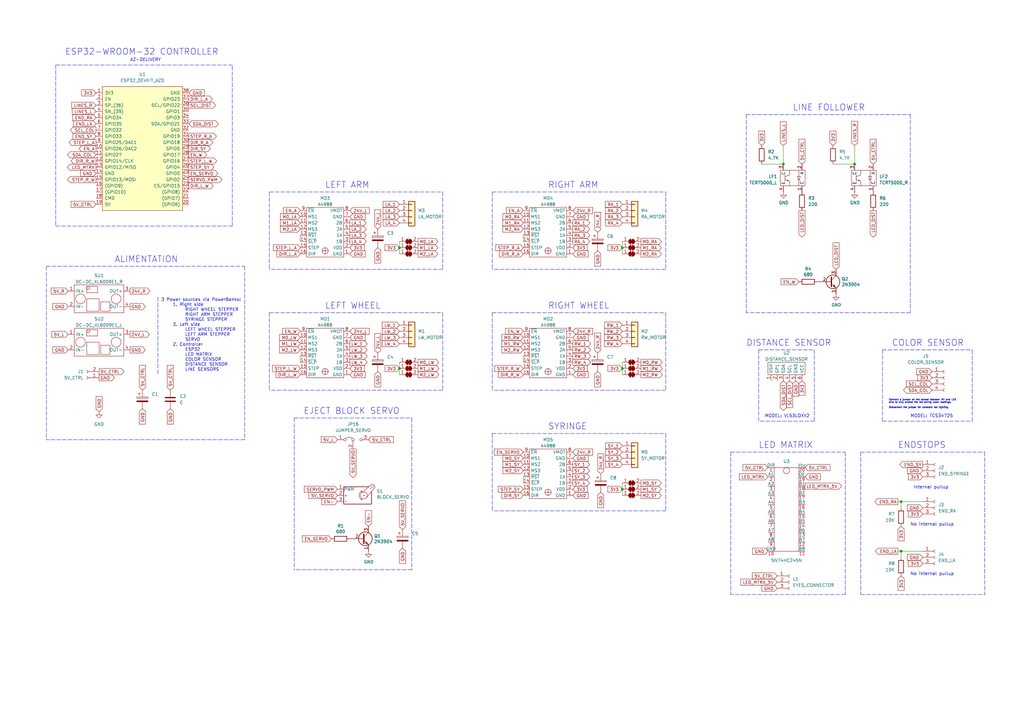
<source format=kicad_sch>
(kicad_sch (version 20211123) (generator eeschema)
  (paper "A3")
  (junction (at 255.27 200.66))
  (junction (at 255.27 151.13))
  (junction (at 255.27 101.6))
  (junction (at 350.52 67.31))
  (junction (at 369.57 226.06))
  (junction (at 321.31 67.31))
  (junction (at 163.83 151.13))
  (junction (at 163.83 101.6))
  (junction (at 369.57 205.74))
  (polyline (pts (xy 273.05 209.55) (xy 201.93 209.55)))
  (polyline (pts (xy 181.61 78.74) (xy 181.61 110.49)))
  (wire (pts (xy 255.27 198.12) (xy 255.27 200.66)))
  (polyline (pts (xy 64.77 121.92) (xy 64.77 153.67)))
  (polyline (pts (xy 273.05 177.8) (xy 273.05 209.55)))
  (wire (pts (xy 369.57 205.74) (xy 378.46 205.74)))
  (polyline (pts (xy 306.07 46.99) (xy 306.07 128.27)))
  (polyline (pts (xy 110.49 78.74) (xy 181.61 78.74)))
  (polyline (pts (xy 373.38 128.27) (xy 306.07 128.27)))
  (polyline (pts (xy 19.05 109.22) (xy 19.05 180.34)))
  (polyline (pts (xy 346.71 243.84) (xy 299.72 243.84)))
  (polyline (pts (xy 120.65 171.45) (xy 120.65 233.68)))
  (polyline (pts (xy 201.93 177.8) (xy 201.93 209.55)))
  (wire (pts (xy 163.83 101.6) (xy 163.83 104.14)))
  (polyline (pts (xy 100.33 180.34) (xy 19.05 180.34)))
  (polyline (pts (xy 299.72 185.42) (xy 346.71 185.42)))
  (wire (pts (xy 368.3 226.06) (xy 369.57 226.06)))
  (polyline (pts (xy 110.49 78.74) (xy 110.49 110.49)))
  (wire (pts (xy 255.27 200.66) (xy 255.27 203.2)))
  (polyline (pts (xy 361.95 143.51) (xy 361.95 172.72)))
  (polyline (pts (xy 100.33 109.22) (xy 100.33 180.34)))
  (wire (pts (xy 214.63 96.52) (xy 214.63 99.06)))
  (polyline (pts (xy 201.93 128.27) (xy 201.93 160.02)))
  (wire (pts (xy 163.83 99.06) (xy 163.83 101.6)))
  (polyline (pts (xy 201.93 128.27) (xy 273.05 128.27)))
  (polyline (pts (xy 373.38 46.99) (xy 373.38 128.27)))
  (polyline (pts (xy 353.06 243.84) (xy 403.86 243.84)))
  (polyline (pts (xy 95.25 92.71) (xy 95.25 26.67)))
  (polyline (pts (xy 299.72 185.42) (xy 299.72 243.84)))
  (polyline (pts (xy 361.95 172.72) (xy 398.78 172.72)))
  (polyline (pts (xy 334.01 172.72) (xy 311.15 172.72)))
  (polyline (pts (xy 201.93 177.8) (xy 273.05 177.8)))
  (polyline (pts (xy 110.49 128.27) (xy 181.61 128.27)))
  (polyline (pts (xy 22.86 26.67) (xy 22.86 92.71)))
  (polyline (pts (xy 273.05 110.49) (xy 201.93 110.49)))
  (wire (pts (xy 369.57 208.28) (xy 369.57 205.74)))
  (polyline (pts (xy 398.78 172.72) (xy 398.78 143.51)))
  (wire (pts (xy 321.31 59.69) (xy 321.31 67.31)))
  (polyline (pts (xy 181.61 110.49) (xy 110.49 110.49)))
  (polyline (pts (xy 353.06 185.42) (xy 403.86 185.42)))
  (wire (pts (xy 123.19 146.05) (xy 123.19 148.59)))
  (wire (pts (xy 369.57 228.6) (xy 369.57 226.06)))
  (wire (pts (xy 214.63 146.05) (xy 214.63 148.59)))
  (wire (pts (xy 369.57 226.06) (xy 378.46 226.06)))
  (polyline (pts (xy 181.61 128.27) (xy 181.61 160.02)))
  (polyline (pts (xy 311.15 143.51) (xy 311.15 172.72)))
  (wire (pts (xy 214.63 195.58) (xy 214.63 198.12)))
  (polyline (pts (xy 457.2 140.97) (xy 457.2 166.37)))
  (wire (pts (xy 123.19 96.52) (xy 123.19 99.06)))
  (polyline (pts (xy 273.05 128.27) (xy 273.05 160.02)))
  (wire (pts (xy 350.52 59.69) (xy 350.52 67.31)))
  (polyline (pts (xy 201.93 78.74) (xy 273.05 78.74)))
  (polyline (pts (xy 334.01 143.51) (xy 334.01 172.72)))
  (polyline (pts (xy 22.86 92.71) (xy 95.25 92.71)))
  (polyline (pts (xy 273.05 78.74) (xy 273.05 110.49)))
  (polyline (pts (xy 311.15 143.51) (xy 334.01 143.51)))
  (polyline (pts (xy 168.91 233.68) (xy 120.65 233.68)))
  (polyline (pts (xy 457.2 166.37) (xy 434.34 166.37)))
  (wire (pts (xy 255.27 101.6) (xy 255.27 104.14)))
  (polyline (pts (xy 434.34 140.97) (xy 434.34 166.37)))
  (polyline (pts (xy 181.61 160.02) (xy 110.49 160.02)))
  (wire (pts (xy 163.83 151.13) (xy 163.83 153.67)))
  (polyline (pts (xy 273.05 160.02) (xy 201.93 160.02)))
  (polyline (pts (xy 19.05 109.22) (xy 100.33 109.22)))
  (polyline (pts (xy 201.93 78.74) (xy 201.93 110.49)))
  (polyline (pts (xy 110.49 128.27) (xy 110.49 160.02)))
  (wire (pts (xy 255.27 151.13) (xy 255.27 153.67)))
  (wire (pts (xy 312.42 67.31) (xy 321.31 67.31)))
  (polyline (pts (xy 403.86 185.42) (xy 403.86 243.84)))
  (polyline (pts (xy 361.95 143.51) (xy 398.78 143.51)))
  (polyline (pts (xy 346.71 185.42) (xy 346.71 243.84)))
  (polyline (pts (xy 353.06 185.42) (xy 353.06 243.84)))
  (polyline (pts (xy 306.07 46.99) (xy 373.38 46.99)))
  (polyline (pts (xy 168.91 171.45) (xy 168.91 233.68)))
  (polyline (pts (xy 434.34 140.97) (xy 457.2 140.97)))
  (polyline (pts (xy 22.86 26.67) (xy 95.25 26.67)))
  (polyline (pts (xy 120.65 171.45) (xy 168.91 171.45)))
  (wire (pts (xy 341.63 67.31) (xy 350.52 67.31)))
  (wire (pts (xy 255.27 99.06) (xy 255.27 101.6)))
  (wire (pts (xy 368.3 205.74) (xy 369.57 205.74)))
  (wire (pts (xy 255.27 148.59) (xy 255.27 151.13)))
  (wire (pts (xy 163.83 148.59) (xy 163.83 151.13)))
  (text "No internal pullup" (at 373.38 236.22 0) (effects (font (size 1.27 1.27)) (justify left bottom)))
  (text "ALIMENTATION\n" (at 46.99 107.95 0) (effects (font (size 2.54 2.54)) (justify left bottom)))
  (text "MODEL: VL53LOXV2" (at 313.69 171.45 0) (effects (font (size 1.27 1.27)) (justify left bottom)))
  (text "RIGHT WHEEL \n" (at 224.79 127 0) (effects (font (size 2.54 2.54)) (justify left bottom)))
  (text "MODEL: TCS34725" (at 373.38 171.45 0) (effects (font (size 1.27 1.27)) (justify left bottom)))
  (text "COLOR SENSOR\n" (at 431.8 139.7 0) (effects (font (size 2.54 2.54)) (justify left bottom)))
  (text "EJECT BLOCK SERVO" (at 124.46 170.18 0) (effects (font (size 2.54 2.54)) (justify left bottom)))
  (text "ENDSTOPS" (at 368.3 184.15 0) (effects (font (size 2.54 2.54)) (justify left bottom)))
  (text "LEFT ARM\n" (at 133.35 77.47 0) (effects (font (size 2.54 2.54)) (justify left bottom)))
  (text "ESP32-WROOM-32 CONTROLLER" (at 26.67 22.86 0) (effects (font (size 2.54 2.54)) (justify left bottom)))
  (text "No internal pullup" (at 373.38 215.9 0) (effects (font (size 1.27 1.27)) (justify left bottom)))
  (text "AZ-DELIVERY" (at 53.34 25.4 0) (effects (font (size 1.27 1.27)) (justify left bottom)))
  (text "SYRINGE" (at 224.79 176.53 0) (effects (font (size 2.54 2.54)) (justify left bottom)))
  (text "LINE FOLLOWER" (at 325.12 45.72 0) (effects (font (size 2.54 2.54)) (justify left bottom)))
  (text "Connect a jumper on the sensor between INT and LED\npins to only enable the led during color readings.\n\nDisconnect the jumper for constant led lighting." (at 364.49 167.64 0) (effects (font (size 0.66 0.66)) (justify left bottom)))
  (text "COLOR SENSOR\n" (at 365.76 142.24 0) (effects (font (size 2.54 2.54)) (justify left bottom)))
  (text "LEFT WHEEL \n" (at 133.35 127 0) (effects (font (size 2.54 2.54)) (justify left bottom)))
  (text "DISTANCE SENSOR\n" (at 306.07 142.24 0) (effects (font (size 2.54 2.54)) (justify left bottom)))
  (text "LED MATRIX\n" (at 311.15 184.15 0) (effects (font (size 2.54 2.54)) (justify left bottom)))
  (text "3 Power sources via PowerBanks:\n	1. Right side\n		RIGHT WHEEL STEPPER\n		RIGHT ARM STEPPER\n		SYRINGE STEPPER\n	3. Left side\n		LEFT WHEEL STEPPER\n		LEFT ARM STEPPER\n		SERVO\n	2. Controller \n		ESP32\n		LED MATRIX	\n		COLOR SENSOR\n		DISTANCE SENSOR\n		LINE SENSORS\n" (at 66.04 152.4 0) (effects (font (size 1.27 1.27)) (justify left bottom)))
  (text "Internal pullup" (at 374.65 200.66 0) (effects (font (size 1.27 1.27)) (justify left bottom)))
  (text "Connect the jumper to enable the led with the INT_PIN.\nDisconnect the jumper for constant led lighting." (at 434.34 168.91 0) (effects (font (size 0.66 0.66)) (justify left bottom)))
  (text "RIGHT ARM\n" (at 224.79 77.47 0) (effects (font (size 2.54 2.54)) (justify left bottom)))
  (global_label "LW_2" (shape input) (at 163.83 135.89 180) (property "Intersheet References" "${INTERSHEET_REFS}" (effects hide)))
  (global_label "5V_SERVO" (shape input) (at 165.1 217.17 90) (property "Intersheet References" "${INTERSHEET_REFS}" (effects hide)))
  (global_label "M1_LA" (shape output) (at 171.45 101.6 0) (property "Intersheet References" "${INTERSHEET_REFS}" (effects hide)))
  (global_label "24V_L" (shape output) (at 53.34 137.16 0) (property "Intersheet References" "${INTERSHEET_REFS}" (effects hide)))
  (global_label "M1_LW" (shape output) (at 171.45 151.13 0) (property "Intersheet References" "${INTERSHEET_REFS}" (effects hide)))
  (global_label "GND" (shape input) (at 77.47 38.1 0) (property "Intersheet References" "${INTERSHEET_REFS}" (effects hide)))
  (global_label "5V_CTRL" (shape input) (at 318.77 236.22 180) (property "Intersheet References" "${INTERSHEET_REFS}" (effects hide)))
  (global_label "GND" (shape input) (at 382.27 152.4 180) (property "Intersheet References" "${INTERSHEET_REFS}" (effects hide)))
  (global_label "SY_3" (shape input) (at 255.27 187.96 180) (property "Intersheet References" "${INTERSHEET_REFS}" (effects hide)))
  (global_label "LED_DIST" (shape input) (at 342.9 110.49 90) (property "Intersheet References" "${INTERSHEET_REFS}" (effects hide)))
  (global_label "GND" (shape input) (at 27.94 143.51 180) (property "Intersheet References" "${INTERSHEET_REFS}" (effects hide)))
  (global_label "24V_L" (shape input) (at 154.94 93.98 90) (property "Intersheet References" "${INTERSHEET_REFS}" (effects hide)))
  (global_label "GND" (shape output) (at 40.64 154.94 0) (property "Intersheet References" "${INTERSHEET_REFS}" (effects hide)))
  (global_label "3V3" (shape input) (at 312.42 59.69 90) (property "Intersheet References" "${INTERSHEET_REFS}" (effects hide)))
  (global_label "5V_L" (shape input) (at 27.94 137.16 180) (property "Intersheet References" "${INTERSHEET_REFS}" (effects hide)))
  (global_label "3V3" (shape input) (at 234.95 151.13 0) (property "Intersheet References" "${INTERSHEET_REFS}" (effects hide)))
  (global_label "GND" (shape input) (at 143.51 88.9 0) (property "Intersheet References" "${INTERSHEET_REFS}" (effects hide)))
  (global_label "3V3" (shape input) (at 382.27 154.94 180) (property "Intersheet References" "${INTERSHEET_REFS}" (effects hide)))
  (global_label "M2_LW" (shape input) (at 123.19 143.51 180) (property "Intersheet References" "${INTERSHEET_REFS}" (effects hide)))
  (global_label "GND" (shape input) (at 440.69 153.67 270) (property "Intersheet References" "${INTERSHEET_REFS}" (effects hide)))
  (global_label "RA_1" (shape output) (at 234.95 91.44 0) (property "Intersheet References" "${INTERSHEET_REFS}" (effects hide)))
  (global_label "5V_R" (shape input) (at 27.94 119.38 180) (property "Intersheet References" "${INTERSHEET_REFS}" (effects hide)))
  (global_label "M1_SY" (shape input) (at 214.63 190.5 180) (property "Intersheet References" "${INTERSHEET_REFS}" (effects hide)))
  (global_label "RW_4" (shape output) (at 234.95 148.59 0) (property "Intersheet References" "${INTERSHEET_REFS}" (effects hide)))
  (global_label "END_SY" (shape input) (at 39.37 55.88 180) (property "Intersheet References" "${INTERSHEET_REFS}" (effects hide)))
  (global_label "SCL_COL" (shape output) (at 39.37 53.34 180) (property "Intersheet References" "${INTERSHEET_REFS}" (effects hide)))
  (global_label "DIR_R_A" (shape output) (at 77.47 58.42 0) (property "Intersheet References" "${INTERSHEET_REFS}" (effects hide)))
  (global_label "LW_4" (shape input) (at 163.83 140.97 180) (property "Intersheet References" "${INTERSHEET_REFS}" (effects hide)))
  (global_label "SY_2" (shape output) (at 234.95 193.04 0) (property "Intersheet References" "${INTERSHEET_REFS}" (effects hide)))
  (global_label "GND" (shape input) (at 154.94 101.6 270) (property "Intersheet References" "${INTERSHEET_REFS}" (effects hide)))
  (global_label "5V_CTRL" (shape input) (at 314.96 191.77 180) (property "Intersheet References" "${INTERSHEET_REFS}" (effects hide)))
  (global_label "5V_CTRL" (shape input) (at 151.13 180.34 0) (property "Intersheet References" "${INTERSHEET_REFS}" (effects hide)))
  (global_label "3V3" (shape input) (at 143.51 151.13 0) (property "Intersheet References" "${INTERSHEET_REFS}" (effects hide)))
  (global_label "M2_LW" (shape output) (at 171.45 153.67 0) (property "Intersheet References" "${INTERSHEET_REFS}" (effects hide)))
  (global_label "3V3" (shape input) (at 255.27 200.66 180) (property "Intersheet References" "${INTERSHEET_REFS}" (effects hide)))
  (global_label "GND" (shape input) (at 318.77 241.3 180) (property "Intersheet References" "${INTERSHEET_REFS}" (effects hide)))
  (global_label "GND" (shape input) (at 314.96 226.06 180) (property "Intersheet References" "${INTERSHEET_REFS}" (effects hide)))
  (global_label "STEP_L_W" (shape output) (at 77.47 66.04 0) (property "Intersheet References" "${INTERSHEET_REFS}" (effects hide)))
  (global_label "24V_R" (shape input) (at 234.95 86.36 0) (property "Intersheet References" "${INTERSHEET_REFS}" (effects hide)))
  (global_label "GND" (shape input) (at 378.46 208.28 180) (property "Intersheet References" "${INTERSHEET_REFS}" (effects hide)))
  (global_label "M2_SY" (shape input) (at 214.63 193.04 180) (property "Intersheet References" "${INTERSHEET_REFS}" (effects hide)))
  (global_label "SY_1" (shape input) (at 255.27 182.88 180) (property "Intersheet References" "${INTERSHEET_REFS}" (effects hide)))
  (global_label "GND" (shape input) (at 143.51 104.14 0) (property "Intersheet References" "${INTERSHEET_REFS}" (effects hide)))
  (global_label "LW_1" (shape output) (at 143.51 140.97 0) (property "Intersheet References" "${INTERSHEET_REFS}" (effects hide)))
  (global_label "M0_LA" (shape input) (at 123.19 88.9 180) (property "Intersheet References" "${INTERSHEET_REFS}" (effects hide)))
  (global_label "M0_LW" (shape output) (at 171.45 148.59 0) (property "Intersheet References" "${INTERSHEET_REFS}" (effects hide)))
  (global_label "3V3" (shape input) (at 369.57 215.9 270) (property "Intersheet References" "${INTERSHEET_REFS}" (effects hide)))
  (global_label "STEP_R_W" (shape input) (at 214.63 151.13 180) (property "Intersheet References" "${INTERSHEET_REFS}" (effects hide)))
  (global_label "LW_1" (shape input) (at 163.83 133.35 180) (property "Intersheet References" "${INTERSHEET_REFS}" (effects hide)))
  (global_label "M0_RW" (shape output) (at 262.89 148.59 0) (property "Intersheet References" "${INTERSHEET_REFS}" (effects hide)))
  (global_label "5V_CTRL" (shape input) (at 69.85 160.02 90) (property "Intersheet References" "${INTERSHEET_REFS}" (effects hide)))
  (global_label "3V3" (shape input) (at 378.46 231.14 180) (property "Intersheet References" "${INTERSHEET_REFS}" (effects hide)))
  (global_label "STEP_L_W" (shape input) (at 123.19 151.13 180) (property "Intersheet References" "${INTERSHEET_REFS}" (effects hide)))
  (global_label "EN_A" (shape output) (at 39.37 60.96 180) (property "Intersheet References" "${INTERSHEET_REFS}" (effects hide)))
  (global_label "GND" (shape input) (at 245.11 102.87 270) (property "Intersheet References" "${INTERSHEET_REFS}" (effects hide)))
  (global_label "EN-" (shape input) (at 151.13 215.9 90) (property "Intersheet References" "${INTERSHEET_REFS}" (effects hide)))
  (global_label "SCL_DIST" (shape output) (at 77.47 43.18 0) (property "Intersheet References" "${INTERSHEET_REFS}" (effects hide)))
  (global_label "SCL_DIST" (shape input) (at 323.85 156.21 270) (property "Intersheet References" "${INTERSHEET_REFS}" (effects hide)))
  (global_label "M1_RW" (shape output) (at 262.89 151.13 0) (property "Intersheet References" "${INTERSHEET_REFS}" (effects hide)))
  (global_label "24V_L" (shape input) (at 143.51 86.36 0) (property "Intersheet References" "${INTERSHEET_REFS}" (effects hide)))
  (global_label "24V_R" (shape input) (at 234.95 185.42 0) (property "Intersheet References" "${INTERSHEET_REFS}" (effects hide)))
  (global_label "3V3" (shape input) (at 378.46 195.58 180) (property "Intersheet References" "${INTERSHEET_REFS}" (effects hide)))
  (global_label "GND" (shape input) (at 330.2 195.58 0) (property "Intersheet References" "${INTERSHEET_REFS}" (effects hide)))
  (global_label "SDA_COL" (shape bidirectional) (at 448.31 153.67 270) (property "Intersheet References" "${INTERSHEET_REFS}" (effects hide)))
  (global_label "SY_4" (shape output) (at 234.95 198.12 0) (property "Intersheet References" "${INTERSHEET_REFS}" (effects hide)))
  (global_label "M2_RW" (shape input) (at 214.63 143.51 180) (property "Intersheet References" "${INTERSHEET_REFS}" (effects hide)))
  (global_label "3V3" (shape input) (at 163.83 101.6 180) (property "Intersheet References" "${INTERSHEET_REFS}" (effects hide)))
  (global_label "SY_1" (shape output) (at 234.95 190.5 0) (property "Intersheet References" "${INTERSHEET_REFS}" (effects hide)))
  (global_label "GND" (shape input) (at 234.95 88.9 0) (property "Intersheet References" "${INTERSHEET_REFS}" (effects hide)))
  (global_label "GND" (shape input) (at 40.64 168.91 90) (property "Intersheet References" "${INTERSHEET_REFS}" (effects hide)))
  (global_label "DIR_L_W" (shape input) (at 123.19 153.67 180) (property "Intersheet References" "${INTERSHEET_REFS}" (effects hide)))
  (global_label "M0_RW" (shape input) (at 214.63 138.43 180) (property "Intersheet References" "${INTERSHEET_REFS}" (effects hide)))
  (global_label "LA_1" (shape output) (at 143.51 91.44 0) (property "Intersheet References" "${INTERSHEET_REFS}" (effects hide)))
  (global_label "EN_SERVO" (shape input) (at 135.89 220.98 180) (property "Intersheet References" "${INTERSHEET_REFS}" (effects hide)))
  (global_label "3V3" (shape input) (at 255.27 151.13 180) (property "Intersheet References" "${INTERSHEET_REFS}" (effects hide)))
  (global_label "3V3" (shape input) (at 163.83 151.13 180) (property "Intersheet References" "${INTERSHEET_REFS}" (effects hide)))
  (global_label "M1_RA" (shape input) (at 214.63 91.44 180) (property "Intersheet References" "${INTERSHEET_REFS}" (effects hide)))
  (global_label "RW_1" (shape output) (at 234.95 140.97 0) (property "Intersheet References" "${INTERSHEET_REFS}" (effects hide)))
  (global_label "5V_CTRL" (shape input) (at 330.2 191.77 0) (property "Intersheet References" "${INTERSHEET_REFS}" (effects hide)))
  (global_label "3V3" (shape input) (at 143.51 101.6 0) (property "Intersheet References" "${INTERSHEET_REFS}" (effects hide)))
  (global_label "LINES_R" (shape input) (at 350.52 59.69 90) (property "Intersheet References" "${INTERSHEET_REFS}" (effects hide)))
  (global_label "SERVO_PWM" (shape output) (at 77.47 73.66 0) (property "Intersheet References" "${INTERSHEET_REFS}" (effects hide)))
  (global_label "STEP_R_A" (shape input) (at 214.63 101.6 180) (property "Intersheet References" "${INTERSHEET_REFS}" (effects hide)))
  (global_label "SY_2" (shape input) (at 255.27 185.42 180) (property "Intersheet References" "${INTERSHEET_REFS}" (effects hide)))
  (global_label "5V_CTRL" (shape input) (at 58.42 160.02 90) (property "Intersheet References" "${INTERSHEET_REFS}" (effects hide)))
  (global_label "3V3" (shape input) (at 328.93 156.21 270) (property "Intersheet References" "${INTERSHEET_REFS}" (effects hide)))
  (global_label "LED_MTRX" (shape output) (at 39.37 68.58 180) (property "Intersheet References" "${INTERSHEET_REFS}" (effects hide)))
  (global_label "3V3" (shape input) (at 341.63 59.69 90) (property "Intersheet References" "${INTERSHEET_REFS}" (effects hide)))
  (global_label "5V_CTRL" (shape input) (at 328.93 67.31 90) (property "Intersheet References" "${INTERSHEET_REFS}" (effects hide)))
  (global_label "SDA_DIST" (shape bidirectional) (at 321.31 156.21 270) (property "Intersheet References" "${INTERSHEET_REFS}" (effects hide)))
  (global_label "EN_W" (shape input) (at 123.19 135.89 180) (property "Intersheet References" "${INTERSHEET_REFS}" (effects hide)))
  (global_label "RW_4" (shape input) (at 255.27 140.97 180) (property "Intersheet References" "${INTERSHEET_REFS}" (effects hide)))
  (global_label "5V_SERVO" (shape input) (at 138.43 203.2 180) (property "Intersheet References" "${INTERSHEET_REFS}" (effects hide)))
  (global_label "GND" (shape input) (at 245.11 152.4 270) (property "Intersheet References" "${INTERSHEET_REFS}" (effects hide)))
  (global_label "GND" (shape input) (at 326.39 156.21 270) (property "Intersheet References" "${INTERSHEET_REFS}" (effects hide)))
  (global_label "DIR_SY" (shape output) (at 77.47 60.96 0) (property "Intersheet References" "${INTERSHEET_REFS}" (effects hide)))
  (global_label "STEP_L_A" (shape input) (at 123.19 101.6 180) (property "Intersheet References" "${INTERSHEET_REFS}" (effects hide)))
  (global_label "GND" (shape input) (at 27.94 125.73 180) (property "Intersheet References" "${INTERSHEET_REFS}" (effects hide)))
  (global_label "EN_W" (shape input) (at 327.66 115.57 180) (property "Intersheet References" "${INTERSHEET_REFS}" (effects hide)))
  (global_label "EN_A" (shape input) (at 214.63 86.36 180) (property "Intersheet References" "${INTERSHEET_REFS}" (effects hide)))
  (global_label "GND" (shape input) (at 58.42 167.64 270) (property "Intersheet References" "${INTERSHEET_REFS}" (effects hide)))
  (global_label "24V_L" (shape input) (at 143.51 135.89 0) (property "Intersheet References" "${INTERSHEET_REFS}" (effects hide)))
  (global_label "RA_4" (shape input) (at 255.27 91.44 180) (property "Intersheet References" "${INTERSHEET_REFS}" (effects hide)))
  (global_label "GND" (shape input) (at 69.85 167.64 270) (property "Intersheet References" "${INTERSHEET_REFS}" (effects hide)))
  (global_label "M2_RW" (shape output) (at 262.89 153.67 0) (property "Intersheet References" "${INTERSHEET_REFS}" (effects hide)))
  (global_label "M0_SY" (shape output) (at 262.89 198.12 0) (property "Intersheet References" "${INTERSHEET_REFS}" (effects hide)))
  (global_label "RW_2" (shape output) (at 234.95 143.51 0) (property "Intersheet References" "${INTERSHEET_REFS}" (effects hide)))
  (global_label "LA_3" (shape output) (at 143.51 96.52 0) (property "Intersheet References" "${INTERSHEET_REFS}" (effects hide)))
  (global_label "STEP_SY" (shape input) (at 214.63 200.66 180) (property "Intersheet References" "${INTERSHEET_REFS}" (effects hide)))
  (global_label "RA_3" (shape input) (at 255.27 88.9 180) (property "Intersheet References" "${INTERSHEET_REFS}" (effects hide)))
  (global_label "END_LA" (shape input) (at 39.37 50.8 180) (property "Intersheet References" "${INTERSHEET_REFS}" (effects hide)))
  (global_label "DIR_L_W" (shape output) (at 77.47 76.2 0) (property "Intersheet References" "${INTERSHEET_REFS}" (effects hide)))
  (global_label "3V3" (shape input) (at 234.95 200.66 0) (property "Intersheet References" "${INTERSHEET_REFS}" (effects hide)))
  (global_label "5V_L" (shape input) (at 138.43 180.34 180) (property "Intersheet References" "${INTERSHEET_REFS}" (effects hide)))
  (global_label "RW_3" (shape input) (at 255.27 138.43 180) (property "Intersheet References" "${INTERSHEET_REFS}" (effects hide)))
  (global_label "SY_3" (shape output) (at 234.95 195.58 0) (property "Intersheet References" "${INTERSHEET_REFS}" (effects hide)))
  (global_label "M2_LA" (shape input) (at 123.19 93.98 180) (property "Intersheet References" "${INTERSHEET_REFS}" (effects hide)))
  (global_label "GND" (shape input) (at 378.46 228.6 180) (property "Intersheet References" "${INTERSHEET_REFS}" (effects hide)))
  (global_label "GND" (shape input) (at 234.95 104.14 0) (property "Intersheet References" "${INTERSHEET_REFS}" (effects hide)))
  (global_label "STEP_R_W" (shape output) (at 39.37 73.66 180) (property "Intersheet References" "${INTERSHEET_REFS}" (effects hide)))
  (global_label "LA_2" (shape output) (at 143.51 93.98 0) (property "Intersheet References" "${INTERSHEET_REFS}" (effects hide)))
  (global_label "END_RA" (shape input) (at 39.37 48.26 180) (property "Intersheet References" "${INTERSHEET_REFS}" (effects hide)))
  (global_label "LED_DIST" (shape output) (at 328.93 86.36 270) (property "Intersheet References" "${INTERSHEET_REFS}" (effects hide)))
  (global_label "M2_LA" (shape output) (at 171.45 104.14 0) (property "Intersheet References" "${INTERSHEET_REFS}" (effects hide)))
  (global_label "EN_SERVO" (shape output) (at 77.47 71.12 0) (property "Intersheet References" "${INTERSHEET_REFS}" (effects hide)))
  (global_label "3V3" (shape input) (at 443.23 153.67 270) (property "Intersheet References" "${INTERSHEET_REFS}" (effects hide)))
  (global_label "STEP_L_A" (shape output) (at 39.37 58.42 180) (property "Intersheet References" "${INTERSHEET_REFS}" (effects hide)))
  (global_label "LA_3" (shape input) (at 163.83 88.9 180) (property "Intersheet References" "${INTERSHEET_REFS}" (effects hide)))
  (global_label "LED_MTRX" (shape input) (at 314.96 195.58 180) (property "Intersheet References" "${INTERSHEET_REFS}" (effects hide)))
  (global_label "24V_R" (shape input) (at 246.38 194.31 90) (property "Intersheet References" "${INTERSHEET_REFS}" (effects hide)))
  (global_label "GND" (shape output) (at 53.34 143.51 0) (property "Intersheet References" "${INTERSHEET_REFS}" (effects hide)))
  (global_label "24V_R" (shape input) (at 245.11 144.78 90) (property "Intersheet References" "${INTERSHEET_REFS}" (effects hide)))
  (global_label "M2_RA" (shape output) (at 262.89 104.14 0) (property "Intersheet References" "${INTERSHEET_REFS}" (effects hide)))
  (global_label "EN_W" (shape input) (at 214.63 135.89 180) (property "Intersheet References" "${INTERSHEET_REFS}" (effects hide)))
  (global_label "GND" (shape input) (at 234.95 203.2 0) (property "Intersheet References" "${INTERSHEET_REFS}" (effects hide)))
  (global_label "RA_1" (shape input) (at 255.27 83.82 180) (property "Intersheet References" "${INTERSHEET_REFS}" (effects hide)))
  (global_label "DIR_L_A" (shape input) (at 123.19 104.14 180) (property "Intersheet References" "${INTERSHEET_REFS}" (effects hide)))
  (global_label "24V_L" (shape input) (at 154.94 144.78 90) (property "Intersheet References" "${INTERSHEET_REFS}" (effects hide)))
  (global_label "5V_CTRL" (shape output) (at 40.64 152.4 0) (property "Intersheet References" "${INTERSHEET_REFS}" (effects hide)))
  (global_label "GND" (shape input) (at 154.94 152.4 270) (property "Intersheet References" "${INTERSHEET_REFS}" (effects hide)))
  (global_label "SCL_COL" (shape input) (at 382.27 157.48 180) (property "Intersheet References" "${INTERSHEET_REFS}" (effects hide)))
  (global_label "GND" (shape input) (at 143.51 153.67 0) (property "Intersheet References" "${INTERSHEET_REFS}" (effects hide)))
  (global_label "M1_LA" (shape input) (at 123.19 91.44 180) (property "Intersheet References" "${INTERSHEET_REFS}" (effects hide)))
  (global_label "M1_SY" (shape output) (at 262.89 200.66 0) (property "Intersheet References" "${INTERSHEET_REFS}" (effects hide)))
  (global_label "M2_RA" (shape input) (at 214.63 93.98 180) (property "Intersheet References" "${INTERSHEET_REFS}" (effects hide)))
  (global_label "RA_2" (shape output) (at 234.95 93.98 0) (property "Intersheet References" "${INTERSHEET_REFS}" (effects hide)))
  (global_label "GND" (shape output) (at 53.34 125.73 0) (property "Intersheet References" "${INTERSHEET_REFS}" (effects hide)))
  (global_label "DIR_R_A" (shape input) (at 214.63 104.14 180) (property "Intersheet References" "${INTERSHEET_REFS}" (effects hide)))
  (global_label "M0_RA" (shape output) (at 262.89 99.06 0) (property "Intersheet References" "${INTERSHEET_REFS}" (effects hide)))
  (global_label "RW_1" (shape input) (at 255.27 133.35 180) (property "Intersheet References" "${INTERSHEET_REFS}" (effects hide)))
  (global_label "3V3" (shape input) (at 378.46 210.82 180) (property "Intersheet References" "${INTERSHEET_REFS}" (effects hide)))
  (global_label "LW_3" (shape input) (at 163.83 138.43 180) (property "Intersheet References" "${INTERSHEET_REFS}" (effects hide)))
  (global_label "GND" (shape input) (at 234.95 153.67 0) (property "Intersheet References" "${INTERSHEET_REFS}" (effects hide)))
  (global_label "GND" (shape input) (at 234.95 138.43 0) (property "Intersheet References" "${INTERSHEET_REFS}" (effects hide)))
  (global_label "RA_4" (shape output) (at 234.95 99.06 0) (property "Intersheet References" "${INTERSHEET_REFS}" (effects hide)))
  (global_label "DIR_L_A" (shape output) (at 77.47 40.64 0) (property "Intersheet References" "${INTERSHEET_REFS}" (effects hide)))
  (global_label "DIR_R_W" (shape input) (at 214.63 153.67 180) (property "Intersheet References" "${INTERSHEET_REFS}" (effects hide)))
  (global_label "END_SY" (shape output) (at 378.46 190.5 180) (property "Intersheet References" "${INTERSHEET_REFS}" (effects hide)))
  (global_label "RA_3" (shape output) (at 234.95 96.52 0) (property "Intersheet References" "${INTERSHEET_REFS}" (effects hide)))
  (global_label "LINES_R" (shape input) (at 39.37 43.18 180) (property "Intersheet References" "${INTERSHEET_REFS}" (effects hide)))
  (global_label "DIR_R_W" (shape output) (at 39.37 66.04 180) (property "Intersheet References" "${INTERSHEET_REFS}" (effects hide)))
  (global_label "DIR_SY" (shape input) (at 214.63 203.2 180) (property "Intersheet References" "${INTERSHEET_REFS}" (effects hide)))
  (global_label "END_RA" (shape output) (at 368.3 205.74 180) (property "Intersheet References" "${INTERSHEET_REFS}" (effects hide)))
  (global_label "LW_3" (shape output) (at 143.51 146.05 0) (property "Intersheet References" "${INTERSHEET_REFS}" (effects hide)))
  (global_label "END_LA" (shape output) (at 368.3 226.06 180) (property "Intersheet References" "${INTERSHEET_REFS}" (effects hide)))
  (global_label "LA_2" (shape input) (at 163.83 86.36 180) (property "Intersheet References" "${INTERSHEET_REFS}" (effects hide)))
  (global_label "M0_LW" (shape input) (at 123.19 138.43 180) (property "Intersheet References" "${INTERSHEET_REFS}" (effects hide)))
  (global_label "EN_SERVO" (shape input) (at 214.63 185.42 180) (property "Intersheet References" "${INTERSHEET_REFS}" (effects hide)))
  (global_label "M1_RW" (shape input) (at 214.63 140.97 180) (property "Intersheet References" "${INTERSHEET_REFS}" (effects hide)))
  (global_label "M0_LA" (shape output) (at 171.45 99.06 0) (property "Intersheet References" "${INTERSHEET_REFS}" (effects hide)))
  (global_label "EN_W" (shape output) (at 77.47 63.5 0) (property "Intersheet References" "${INTERSHEET_REFS}" (effects hide)))
  (global_label "RW_3" (shape output) (at 234.95 146.05 0) (property "Intersheet References" "${INTERSHEET_REFS}" (effects hide)))
  (global_label "5V_CTRL" (shape input) (at 39.37 83.82 180) (property "Intersheet References" "${INTERSHEET_REFS}" (effects hide)))
  (global_label "3V3" (shape input) (at 234.95 101.6 0) (property "Intersheet References" "${INTERSHEET_REFS}" (effects hide)))
  (global_label "GND" (shape input) (at 39.37 71.12 180) (property "Intersheet References" "${INTERSHEET_REFS}" (effects hide)))
  (global_label "LW_2" (shape output) (at 143.51 143.51 0) (property "Intersheet References" "${INTERSHEET_REFS}" (effects hide)))
  (global_label "STEP_SY" (shape output) (at 77.47 68.58 0) (property "Intersheet References" "${INTERSHEET_REFS}" (effects hide)))
  (global_label "3V3" (shape input) (at 39.37 38.1 180) (property "Intersheet References" "${INTERSHEET_REFS}" (effects hide)))
  (global_label "LINES_L" (shape input) (at 39.37 45.72 180) (property "Intersheet References" "${INTERSHEET_REFS}" (effects hide)))
  (global_label "EN-" (shape input) (at 138.43 205.74 180) (property "Intersheet References" "${INTERSHEET_REFS}" (effects hide)))
  (global_label "EN_A" (shape input) (at 123.19 86.36 180) (property "Intersheet References" "${INTERSHEET_REFS}" (effects hide)))
  (global_label "GND" (shape input) (at 234.95 187.96 0) (property "Intersheet References" "${INTERSHEET_REFS}" (effects hide)))
  (global_label "24V_R" (shape input) (at 234.95 135.89 0) (property "Intersheet References" "${INTERSHEET_REFS}" (effects hide)))
  (global_label "LA_4" (shape output) (at 143.51 99.06 0) (property "Intersheet References" "${INTERSHEET_REFS}" (effects hide)))
  (global_label "LED_DIST" (shape output) (at 358.14 86.36 270) (property "Intersheet References" "${INTERSHEET_REFS}" (effects hide)))
  (global_label "SY_4" (shape input) (at 255.27 190.5 180) (property "Intersheet References" "${INTERSHEET_REFS}" (effects hide)))
  (global_label "5V_SERVO" (shape output) (at 144.78 184.15 270) (property "Intersheet References" "${INTERSHEET_REFS}" (effects hide)))
  (global_label "M2_SY" (shape output) (at 262.89 203.2 0) (property "Intersheet References" "${INTERSHEET_REFS}" (effects hide)))
  (global_label "GND" (shape input) (at 143.51 138.43 0) (property "Intersheet References" "${INTERSHEET_REFS}" (effects hide)))
  (global_label "M1_RA" (shape output) (at 262.89 101.6 0) (property "Intersheet References" "${INTERSHEET_REFS}" (effects hide)))
  (global_label "5V_CTRL" (shape input) (at 358.14 67.31 90) (property "Intersheet References" "${INTERSHEET_REFS}" (effects hide)))
  (global_label "M0_SY" (shape input) (at 214.63 187.96 180) (property "Intersheet References" "${INTERSHEET_REFS}" (effects hide)))
  (global_label "M1_LW" (shape input) (at 123.19 140.97 180) (property "Intersheet References" "${INTERSHEET_REFS}" (effects hide)))
  (global_label "SDA_COL" (shape bidirectional) (at 382.27 160.02 180) (property "Intersheet References" "${INTERSHEET_REFS}" (effects hide)))
  (global_label "LED_MTRX_5V" (shape output) (at 330.2 199.39 0) (property "Intersheet References" "${INTERSHEET_REFS}" (effects hide)))
  (global_label "SDA_COL" (shape bidirectional) (at 39.37 63.5 180) (property "Intersheet References" "${INTERSHEET_REFS}" (effects hide)))
  (global_label "M0_RA" (shape input) (at 214.63 88.9 180) (property "Intersheet References" "${INTERSHEET_REFS}" (effects hide)))
  (global_label "24V_R" (shape output) (at 53.34 119.38 0) (property "Intersheet References" "${INTERSHEET_REFS}" (effects hide)))
  (global_label "RW_2" (shape input) (at 255.27 135.89 180) (property "Intersheet References" "${INTERSHEET_REFS}" (effects hide)))
  (global_label "GND" (shape input) (at 378.46 193.04 180) (property "Intersheet References" "${INTERSHEET_REFS}" (effects hide)))
  (global_label "SERVO_PWM" (shape input) (at 138.43 200.66 180) (property "Intersheet References" "${INTERSHEET_REFS}" (effects hide)))
  (global_label "SCL_COL" (shape input) (at 445.77 153.67 270) (property "Intersheet References" "${INTERSHEET_REFS}" (effects hide)))
  (global_label "RA_2" (shape input) (at 255.27 86.36 180) (property "Intersheet References" "${INTERSHEET_REFS}" (effects hide)))
  (global_label "LW_4" (shape output) (at 143.51 148.59 0) (property "Intersheet References" "${INTERSHEET_REFS}" (effects hide)))
  (global_label "GND" (shape input) (at 165.1 224.79 270) (property "Intersheet References" "${INTERSHEET_REFS}" (effects hide)))
  (global_label "3V3" (shape input) (at 255.27 101.6 180) (property "Intersheet References" "${INTERSHEET_REFS}" (effects hide)))
  (global_label "LED_MTRX_5V" (shape input) (at 318.77 238.76 180) (property "Intersheet References" "${INTERSHEET_REFS}" (effects hide)))
  (global_label "LA_1" (shape input) (at 163.83 83.82 180) (property "Intersheet References" "${INTERSHEET_REFS}" (effects hide)))
  (global_label "LA_4" (shape input) (at 163.83 91.44 180) (property "Intersheet References" "${INTERSHEET_REFS}" (effects hide)))
  (global_label "GND" (shape input) (at 246.38 201.93 270) (property "Intersheet References" "${INTERSHEET_REFS}" (effects hide)))
  (global_label "STEP_R_A" (shape output) (at 77.47 55.88 0) (property "Intersheet References" "${INTERSHEET_REFS}" (effects hide)))
  (global_label "3V3" (shape input) (at 369.57 236.22 270) (property "Intersheet References" "${INTERSHEET_REFS}" (effects hide)))
  (global_label "24V_R" (shape input) (at 245.11 95.25 90) (property "Intersheet References" "${INTERSHEET_REFS}" (effects hide)))
  (global_label "SDA_DIST" (shape bidirectional) (at 77.47 50.8 0) (property "Intersheet References" "${INTERSHEET_REFS}" (effects hide)))
  (global_label "LINES_L" (shape input) (at 321.31 59.69 90) (property "Intersheet References" "${INTERSHEET_REFS}" (effects hide)))
  (symbol (lib_id "LaCodornellaLibrary:ESP32_DEVKIT_AZD") (at 58.42 86.36 0) (unit 1)
    (property "Reference" "U1" (at 58.42 30.48 0))
    (property "Value" "ESP32_DEVKIT_AZD" (at 58.42 33.02 0))
    (property "Footprint" "LaCodornellaLibrary:ESP32_DevKit_AZD" (effects hide))
    (property "Datasheet" "https://www.az-delivery.de/en/products/esp32-developmentboard?variant=36542176914" (effects hide))
  )
  (symbol (lib_id "power:GND") (at 342.9 120.65 0) (unit 1)
    (property "Reference" "#PWR0104" (effects hide))
    (property "Value" "GND" (at 343.027 125.0442 0))
  )
  (symbol (lib_id "Connector:Conn_01x02_Female") (at 35.56 154.94 180) (unit 1)
    (property "Reference" "J1" (at 34.29 152.4 0) (effects (justify left)))
    (property "Value" "5V_CTRL" (at 34.29 154.94 0) (effects (justify left)))
    (property "Footprint" "LaCodornellaLibrary:PCB_cable_soldering" (effects hide))
  )
  (symbol (lib_id "Connector:Conn_01x03_Female") (at 383.54 228.6 0) (unit 1)
    (property "Reference" "J4" (at 384.81 227.3299 0) (effects (justify left)))
    (property "Value" "END_LA" (at 384.81 229.8699 0) (effects (justify left)))
    (property "Footprint" "Connector_PinHeader_2.54mm:PinHeader_1x03_P2.54mm_Vertical" (effects hide))
  )
  (symbol (lib_id "Jumper:SolderJumper_2_Bridged") (at 259.08 151.13 0) (unit 1)
    (property "Reference" "JP11" (effects hide))
    (property "Value" "SolderJumper_2_Bridged" (effects hide))
    (property "Footprint" "Jumper:SolderJumper-2_P1.3mm_Bridged_RoundedPad1.0x1.5mm" (effects hide))
  )
  (symbol (lib_id "Device:R") (at 139.7 220.98 270) (unit 1)
    (property "Reference" "R1" (at 139.7 215.7222 90))
    (property "Value" "680" (at 139.7 218.0336 90))
    (property "Footprint" "Resistor_THT:R_Axial_DIN0207_L6.3mm_D2.5mm_P10.16mm_Horizontal" (effects hide))
  )
  (symbol (lib_id "power:GND") (at 151.13 226.06 0) (unit 1)
    (property "Reference" "#PWR0102" (effects hide))
    (property "Value" "GND" (at 151.257 230.4542 0))
  )
  (symbol (lib_id "LaCodornellaLibrary:VL53LOXV2") (at 322.58 156.21 0) (unit 1)
    (property "Reference" "U2" (at 322.58 144.78 0))
    (property "Value" "DISTANCE_SENSOR" (at 322.58 147.32 0))
    (property "Footprint" "Connector_PinHeader_2.54mm:PinHeader_1x06_P2.54mm_Vertical" (effects hide))
  )
  (symbol (lib_id "LaCodornellaLibrary:tcrt5000") (at 354.33 69.85 0) (unit 1)
    (property "Reference" "LF2" (at 360.68 72.39 0) (effects (justify left)))
    (property "Value" "TCRT5000_R" (at 360.68 74.93 0) (effects (justify left)))
    (property "Footprint" "LaCodornellaLibrary:TCRT5000_Line_follower" (effects hide))
  )
  (symbol (lib_id "Device:R") (at 312.42 63.5 0) (unit 1)
    (property "Reference" "R2" (at 314.96 62.2299 0) (effects (justify left)))
    (property "Value" "4,7K" (at 314.96 64.7699 0) (effects (justify left)))
    (property "Footprint" "Resistor_THT:R_Axial_DIN0207_L6.3mm_D2.5mm_P10.16mm_Horizontal" (effects hide))
  )
  (symbol (lib_id "LaCodornellaLibrary:A4988") (at 224.79 138.43 0) (unit 1)
    (property "Reference" "MD2" (at 224.79 130.81 0))
    (property "Value" "A4988" (at 224.79 133.35 0))
    (property "Footprint" "LaCodornellaLibrary:A4988_stepper_driver" (effects hide))
  )
  (symbol (lib_id "Jumper:SolderJumper_2_Bridged") (at 167.64 104.14 0) (unit 1)
    (property "Reference" "JP3" (effects hide))
    (property "Value" "SolderJumper_2_Bridged" (effects hide))
    (property "Footprint" "Jumper:SolderJumper-2_P1.3mm_Bridged_RoundedPad1.0x1.5mm" (effects hide))
  )
  (symbol (lib_id "LaCodornellaLibrary:DC-DC_XL6009E1") (at 40.64 138.43 0) (unit 1)
    (property "Reference" "SU2" (at 40.64 130.81 0))
    (property "Value" "DC-DC_XL6009E1_L" (at 40.64 133.35 0))
  )
  (symbol (lib_id "Device:C_Polarized") (at 246.38 198.12 0) (unit 1)
    (property "Reference" "C8" (at 250.19 195.9609 0) (effects (justify left)))
    (property "Value" "C_Polarized" (effects hide))
    (property "Footprint" "LaCodornellaLibrary:CP_Flat_position" (effects hide))
  )
  (symbol (lib_id "Jumper:SolderJumper_2_Bridged") (at 167.64 151.13 0) (unit 1)
    (property "Reference" "JP5" (effects hide))
    (property "Value" "SolderJumper_2_Bridged" (effects hide))
    (property "Footprint" "Jumper:SolderJumper-2_P1.3mm_Bridged_RoundedPad1.0x1.5mm" (effects hide))
  )
  (symbol (lib_id "Jumper:SolderJumper_2_Bridged") (at 259.08 198.12 0) (unit 1)
    (property "Reference" "JP13" (effects hide))
    (property "Value" "SolderJumper_2_Bridged" (effects hide))
    (property "Footprint" "Jumper:SolderJumper-2_P1.3mm_Bridged_RoundedPad1.0x1.5mm" (effects hide))
  )
  (symbol (lib_id "Jumper:SolderJumper_2_Bridged") (at 259.08 99.06 0) (unit 1)
    (property "Reference" "JP7" (effects hide))
    (property "Value" "SolderJumper_2_Bridged" (effects hide))
    (property "Footprint" "Jumper:SolderJumper-2_P1.3mm_Bridged_RoundedPad1.0x1.5mm" (effects hide))
  )
  (symbol (lib_id "Device:R") (at 369.57 232.41 0) (unit 1)
    (property "Reference" "R8" (at 367.03 231.14 0) (effects (justify right)))
    (property "Value" "10K" (at 367.03 233.68 0) (effects (justify right)))
    (property "Footprint" "Resistor_THT:R_Axial_DIN0207_L6.3mm_D2.5mm_P10.16mm_Horizontal" (effects hide))
  )
  (symbol (lib_id "Device:C_Polarized") (at 58.42 163.83 0) (unit 1)
    (property "Reference" "C1" (at 62.23 161.6709 0) (effects (justify left)))
    (property "Value" "C_Polarized" (effects hide))
    (property "Footprint" "Capacitor_THT:CP_Radial_D8.0mm_P5.00mm" (effects hide))
  )
  (symbol (lib_id "Connector_Generic:Conn_01x04") (at 168.91 135.89 0) (unit 1)
    (property "Reference" "M1" (at 171.45 135.8899 0) (effects (justify left)))
    (property "Value" "LW_MOTOR" (at 171.45 138.4299 0) (effects (justify left)))
    (property "Footprint" "Connector_PinHeader_2.54mm:PinHeader_1x04_P2.54mm_Vertical" (effects hide))
  )
  (symbol (lib_id "Jumper:SolderJumper_2_Bridged") (at 259.08 101.6 0) (unit 1)
    (property "Reference" "JP8" (effects hide))
    (property "Value" "SolderJumper_2_Bridged" (effects hide))
    (property "Footprint" "Jumper:SolderJumper-2_P1.3mm_Bridged_RoundedPad1.0x1.5mm" (effects hide))
  )
  (symbol (lib_id "Jumper:SolderJumper_2_Bridged") (at 167.64 101.6 0) (unit 1)
    (property "Reference" "JP2" (effects hide))
    (property "Value" "SolderJumper_2_Bridged" (effects hide))
    (property "Footprint" "Jumper:SolderJumper-2_P1.3mm_Bridged_RoundedPad1.0x1.5mm" (effects hide))
  )
  (symbol (lib_id "Connector:Conn_01x03_Female") (at 383.54 208.28 0) (unit 1)
    (property "Reference" "J3" (at 384.81 207.0099 0) (effects (justify left)))
    (property "Value" "END_RA" (at 384.81 209.5499 0) (effects (justify left)))
    (property "Footprint" "Connector_PinHeader_2.54mm:PinHeader_1x03_P2.54mm_Vertical" (effects hide))
  )
  (symbol (lib_id "Transistor_BJT:2N3904") (at 148.59 220.98 0) (unit 1)
    (property "Reference" "Q1" (at 153.416 219.8116 0) (effects (justify left)))
    (property "Value" "2N3904" (at 153.416 222.123 0) (effects (justify left)))
    (property "Footprint" "Package_TO_SOT_THT:TO-92_Inline_Wide" (effects hide))
    (property "Datasheet" "https://www.fairchildsemi.com/datasheets/2N/2N3904.pdf" (effects hide))
  )
  (symbol (lib_id "LaCodornellaLibrary:A4988") (at 224.79 88.9 0) (unit 1)
    (property "Reference" "MD4" (at 224.79 81.28 0))
    (property "Value" "A4988" (at 224.79 83.82 0))
    (property "Footprint" "LaCodornellaLibrary:A4988_stepper_driver" (effects hide))
  )
  (symbol (lib_id "Jumper:SolderJumper_2_Bridged") (at 259.08 200.66 0) (unit 1)
    (property "Reference" "JP14" (effects hide))
    (property "Value" "SolderJumper_2_Bridged" (effects hide))
    (property "Footprint" "Jumper:SolderJumper-2_P1.3mm_Bridged_RoundedPad1.0x1.5mm" (effects hide))
  )
  (symbol (lib_id "Jumper:SolderJumper_2_Bridged") (at 167.64 148.59 0) (unit 1)
    (property "Reference" "JP4" (effects hide))
    (property "Value" "SolderJumper_2_Bridged" (effects hide))
    (property "Footprint" "Jumper:SolderJumper-2_P1.3mm_Bridged_RoundedPad1.0x1.5mm" (effects hide))
  )
  (symbol (lib_id "Connector_Generic:Conn_01x04") (at 260.35 185.42 0) (unit 1)
    (property "Reference" "M5" (at 262.89 185.4199 0) (effects (justify left)))
    (property "Value" "SY_MOTOR" (at 262.89 187.9599 0) (effects (justify left)))
    (property "Footprint" "Connector_PinHeader_2.54mm:PinHeader_1x04_P2.54mm_Vertical" (effects hide))
  )
  (symbol (lib_id "Transistor_BJT:2N3904") (at 340.36 115.57 0) (unit 1)
    (property "Reference" "Q2" (at 345.186 114.4016 0) (effects (justify left)))
    (property "Value" "2N3904" (at 345.186 116.713 0) (effects (justify left)))
    (property "Footprint" "Package_TO_SOT_THT:TO-92_Inline_Wide" (effects hide))
    (property "Datasheet" "https://www.fairchildsemi.com/datasheets/2N/2N3904.pdf" (effects hide))
  )
  (symbol (lib_id "Device:C_Polarized") (at 245.11 99.06 0) (unit 1)
    (property "Reference" "C6" (at 248.92 96.9009 0) (effects (justify left)))
    (property "Value" "C_Polarized" (effects hide))
    (property "Footprint" "LaCodornellaLibrary:CP_Flat_position" (effects hide))
  )
  (symbol (lib_id "Device:R") (at 328.93 82.55 0) (unit 1)
    (property "Reference" "R3" (at 331.47 81.2799 0) (effects (justify left)))
    (property "Value" "220" (at 331.47 83.8199 0) (effects (justify left)))
    (property "Footprint" "Resistor_THT:R_Axial_DIN0207_L6.3mm_D2.5mm_P10.16mm_Horizontal" (effects hide))
  )
  (symbol (lib_id "LaCodornellaLibrary:SN74HC245N") (at 322.58 208.28 0) (unit 1)
    (property "Reference" "U3" (at 322.58 189.23 0))
    (property "Value" "SN74HC245N" (at 322.58 229.87 0))
    (property "Footprint" "LaCodornellaLibrary:SN74HC245N" (effects hide))
    (property "Datasheet" "https://drive.google.com/file/d/1VGX66iZdC4FPX9wCC8D9fgHhyNStQocs/view?usp=sharing" (effects hide))
  )
  (symbol (lib_id "Jumper:SolderJumper_2_Bridged") (at 167.64 153.67 0) (unit 1)
    (property "Reference" "JP6" (effects hide))
    (property "Value" "SolderJumper_2_Bridged" (effects hide))
    (property "Footprint" "Jumper:SolderJumper-2_P1.3mm_Bridged_RoundedPad1.0x1.5mm" (effects hide))
  )
  (symbol (lib_id "LaCodornellaLibrary:A4988") (at 224.79 187.96 0) (unit 1)
    (property "Reference" "MD5" (at 224.79 180.34 0))
    (property "Value" "A4988" (at 224.79 182.88 0))
    (property "Footprint" "LaCodornellaLibrary:A4988_stepper_driver" (effects hide))
  )
  (symbol (lib_id "Device:C_Polarized") (at 154.94 148.59 0) (unit 1)
    (property "Reference" "C4" (at 158.75 146.4309 0) (effects (justify left)))
    (property "Value" "C_Polarized" (effects hide))
    (property "Footprint" "LaCodornellaLibrary:CP_Flat_position" (effects hide))
  )
  (symbol (lib_id "Jumper:SolderJumper_2_Bridged") (at 259.08 148.59 0) (unit 1)
    (property "Reference" "JP10" (effects hide))
    (property "Value" "SolderJumper_2_Bridged" (effects hide))
    (property "Footprint" "Jumper:SolderJumper-2_P1.3mm_Bridged_RoundedPad1.0x1.5mm" (effects hide))
  )
  (symbol (lib_id "Jumper:SolderJumper_2_Bridged") (at 259.08 153.67 0) (unit 1)
    (property "Reference" "JP12" (effects hide))
    (property "Value" "SolderJumper_2_Bridged" (effects hide))
    (property "Footprint" "Jumper:SolderJumper-2_P1.3mm_Bridged_RoundedPad1.0x1.5mm" (effects hide))
  )
  (symbol (lib_id "power:GND") (at 321.31 78.74 0) (unit 1)
    (property "Reference" "#PWR0105" (effects hide))
    (property "Value" "GND" (at 321.437 83.1342 0))
  )
  (symbol (lib_id "Device:C_Polarized") (at 165.1 220.98 0) (unit 1)
    (property "Reference" "C5" (at 168.91 218.8209 0) (effects (justify left)))
    (property "Value" "C_Polarized" (effects hide))
    (property "Footprint" "LaCodornellaLibrary:CP_Flat_position" (effects hide))
  )
  (symbol (lib_id "Device:C_Polarized") (at 245.11 148.59 0) (unit 1)
    (property "Reference" "C7" (at 248.92 146.4309 0) (effects (justify left)))
    (property "Value" "C_Polarized" (effects hide))
    (property "Footprint" "LaCodornellaLibrary:CP_Flat_position" (effects hide))
  )
  (symbol (lib_id "LaCodornellaLibrary:DC-DC_XL6009E1") (at 40.64 120.65 0) (unit 1)
    (property "Reference" "SU1" (at 40.64 113.03 0))
    (property "Value" "DC-DC_XL6009E1_R" (at 40.64 115.57 0))
  )
  (symbol (lib_id "LaCodornellaLibrary:TCS34725") (at 445.77 156.21 0) (unit 1)
    (property "Reference" "U_COL1" (at 445.77 142.24 0))
    (property "Value" "TCS34725" (at 445.77 144.78 0))
  )
  (symbol (lib_id "Connector_Generic:Conn_01x04") (at 168.91 86.36 0) (unit 1)
    (property "Reference" "M3" (at 171.45 86.3599 0) (effects (justify left)))
    (property "Value" "LA_MOTOR" (at 171.45 88.8999 0) (effects (justify left)))
    (property "Footprint" "Connector_PinHeader_2.54mm:PinHeader_1x04_P2.54mm_Vertical" (effects hide))
  )
  (symbol (lib_id "power:GND") (at 40.64 168.91 0) (unit 1)
    (property "Reference" "#PWR0101" (effects hide))
    (property "Value" "GND" (at 40.64 173.99 0))
  )
  (symbol (lib_id "Jumper:SolderJumper_2_Bridged") (at 167.64 99.06 0) (unit 1)
    (property "Reference" "JP1" (effects hide))
    (property "Value" "SolderJumper_2_Bridged" (effects hide))
    (property "Footprint" "Jumper:SolderJumper-2_P1.3mm_Bridged_RoundedPad1.0x1.5mm" (effects hide))
  )
  (symbol (lib_id "Connector_Generic:Conn_01x04") (at 260.35 135.89 0) (unit 1)
    (property "Reference" "M2" (at 262.89 135.8899 0) (effects (justify left)))
    (property "Value" "RW_MOTOR" (at 262.89 138.4299 0) (effects (justify left)))
    (property "Footprint" "Connector_PinHeader_2.54mm:PinHeader_1x04_P2.54mm_Vertical" (effects hide))
  )
  (symbol (lib_id "LaCodornellaLibrary:A4988") (at 133.35 88.9 0) (unit 1)
    (property "Reference" "MD3" (at 133.35 81.28 0))
    (property "Value" "A4988" (at 133.35 83.82 0))
    (property "Footprint" "LaCodornellaLibrary:A4988_stepper_driver" (effects hide))
  )
  (symbol (lib_id "Device:R") (at 358.14 82.55 0) (unit 1)
    (property "Reference" "R6" (at 360.68 81.2799 0) (effects (justify left)))
    (property "Value" "220" (at 360.68 83.8199 0) (effects (justify left)))
    (property "Footprint" "Resistor_THT:R_Axial_DIN0207_L6.3mm_D2.5mm_P10.16mm_Horizontal" (effects hide))
  )
  (symbol (lib_id "Connector:Conn_01x04_Female") (at 387.35 154.94 0) (unit 1)
    (property "Reference" "J5" (at 379.73 146.05 0))
    (property "Value" "COLOR_SENSOR" (at 379.73 148.59 0))
    (property "Footprint" "Connector_PinHeader_2.54mm:PinHeader_1x04_P2.54mm_Vertical" (effects hide))
  )
  (symbol (lib_id "Device:C_Polarized") (at 154.94 97.79 0) (unit 1)
    (property "Reference" "C3" (at 158.75 95.6309 0) (effects (justify left)))
    (property "Value" "C_Polarized" (effects hide))
    (property "Footprint" "LaCodornellaLibrary:CP_Flat_position" (effects hide))
  )
  (symbol (lib_id "LaCodornellaLibrary:tcrt5000") (at 325.12 69.85 0) (unit 1)
    (property "Reference" "LF1" (at 318.77 72.39 0) (effects (justify right)))
    (property "Value" "TCRT5000_L" (at 318.77 74.93 0) (effects (justify right)))
    (property "Footprint" "LaCodornellaLibrary:TCRT5000_Line_follower" (effects hide))
  )
  (symbol (lib_id "Device:C") (at 69.85 163.83 0) (unit 1)
    (property "Reference" "C2" (at 73.66 162.5599 0) (effects (justify left)))
    (property "Value" "C" (at 73.66 165.0999 0) (effects (justify left)))
    (property "Footprint" "Capacitor_THT:C_Disc_D4.3mm_W1.9mm_P5.00mm" (effects hide))
  )
  (symbol (lib_id "Jumper:SolderJumper_2_Bridged") (at 259.08 104.14 0) (unit 1)
    (property "Reference" "JP9" (effects hide))
    (property "Value" "SolderJumper_2_Bridged" (effects hide))
    (property "Footprint" "Jumper:SolderJumper-2_P1.3mm_Bridged_RoundedPad1.0x1.5mm" (effects hide))
  )
  (symbol (lib_id "Device:R") (at 331.47 115.57 270) (unit 1)
    (property "Reference" "R4" (at 331.47 110.3122 90))
    (property "Value" "680" (at 331.47 112.6236 90))
    (property "Footprint" "Resistor_THT:R_Axial_DIN0207_L6.3mm_D2.5mm_P10.16mm_Horizontal" (effects hide))
  )
  (symbol (lib_id "Connector_Generic:Conn_01x04") (at 260.35 86.36 0) (unit 1)
    (property "Reference" "M4" (at 262.89 86.3599 0) (effects (justify left)))
    (property "Value" "RA_MOTOR" (at 262.89 88.8999 0) (effects (justify left)))
    (property "Footprint" "Connector_PinHeader_2.54mm:PinHeader_1x04_P2.54mm_Vertical" (effects hide))
  )
  (symbol (lib_id "Jumper:Jumper_3_Bridged12") (at 144.78 180.34 0) (unit 1)
    (property "Reference" "JP16" (at 144.78 173.99 0))
    (property "Value" "JUMPER_SERVO" (at 144.78 176.53 0))
    (property "Footprint" "LaCodornellaLibrary:SolderJumper-3_P1.3mm_Closed_Pad2.0x2.0mm" (effects hide))
  )
  (symbol (lib_id "Connector:Conn_01x03_Female") (at 383.54 193.04 0) (unit 1)
    (property "Reference" "J2" (at 384.81 191.7699 0) (effects (justify left)))
    (property "Value" "END_SYRINGE" (at 384.81 194.3099 0) (effects (justify left)))
    (property "Footprint" "Connector_PinHeader_2.54mm:PinHeader_1x03_P2.54mm_Vertical" (effects hide))
  )
  (symbol (lib_id "Motor:Motor_Servo") (at 146.05 203.2 0) (unit 1)
    (property "Reference" "S1" (at 154.4828 201.549 0) (effects (justify left)))
    (property "Value" "BLOCK_SERVO" (at 154.4828 203.8604 0) (effects (justify left)))
    (property "Footprint" "Connector_PinHeader_2.54mm:PinHeader_1x03_P2.54mm_Vertical" (effects hide))
    (property "Datasheet" "http://forums.parallax.com/uploads/attachments/46831/74481.png" (effects hide))
  )
  (symbol (lib_id "Device:R") (at 341.63 63.5 0) (unit 1)
    (property "Reference" "R5" (at 344.17 62.2299 0) (effects (justify left)))
    (property "Value" "4,7K" (at 344.17 64.7699 0) (effects (justify left)))
    (property "Footprint" "Resistor_THT:R_Axial_DIN0207_L6.3mm_D2.5mm_P10.16mm_Horizontal" (effects hide))
  )
  (symbol (lib_id "Connector:Conn_01x03_Female") (at 323.85 238.76 0) (unit 1)
    (property "Reference" "L1" (at 325.12 237.4899 0) (effects (justify left)))
    (property "Value" "EYES_CONNECTOR" (at 325.12 240.0299 0) (effects (justify left)))
    (property "Footprint" "Connector_PinHeader_2.54mm:PinHeader_1x03_P2.54mm_Vertical" (effects hide))
  )
  (symbol (lib_id "Device:R") (at 369.57 212.09 0) (unit 1)
    (property "Reference" "R7" (at 367.03 210.82 0) (effects (justify right)))
    (property "Value" "10K" (at 367.03 213.36 0) (effects (justify right)))
    (property "Footprint" "Resistor_THT:R_Axial_DIN0207_L6.3mm_D2.5mm_P10.16mm_Horizontal" (effects hide))
  )
  (symbol (lib_id "Jumper:SolderJumper_2_Bridged") (at 259.08 203.2 0) (unit 1)
    (property "Reference" "JP15" (effects hide))
    (property "Value" "SolderJumper_2_Bridged" (effects hide))
    (property "Footprint" "Jumper:SolderJumper-2_P1.3mm_Bridged_RoundedPad1.0x1.5mm" (effects hide))
  )
  (symbol (lib_id "LaCodornellaLibrary:A4988") (at 133.35 138.43 0) (unit 1)
    (property "Reference" "MD1" (at 133.35 130.81 0))
    (property "Value" "A4988" (at 133.35 133.35 0))
    (property "Footprint" "LaCodornellaLibrary:A4988_stepper_driver" (effects hide))
  )
  (symbol (lib_id "power:GND") (at 350.52 78.74 0) (unit 1)
    (property "Reference" "#PWR0103" (effects hide))
    (property "Value" "GND" (at 350.647 83.1342 0))
  )
)
</source>
